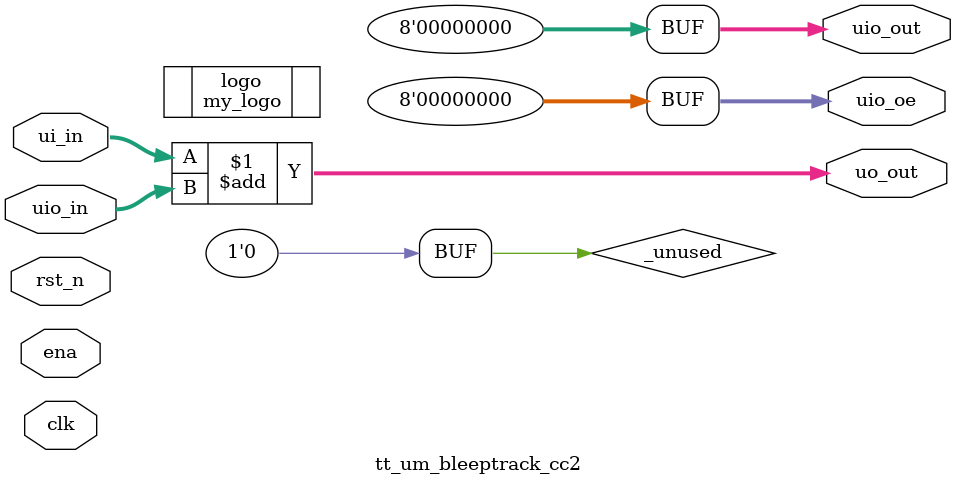
<source format=v>
/*
 * Copyright (c) 2024 Your Name
 * SPDX-License-Identifier: Apache-2.0
 */

`default_nettype none

// Blackbox module for my_logo - this will be replaced by the actual macro during synthesis
(* blackbox *) (* keep *)
module my_logo ();
endmodule

module tt_um_bleeptrack_cc2 (
    input  wire [7:0] ui_in,    // Dedicated inputs
    output wire [7:0] uo_out,   // Dedicated outputs
    input  wire [7:0] uio_in,   // IOs: Input path
    output wire [7:0] uio_out,  // IOs: Output path
    output wire [7:0] uio_oe,   // IOs: Enable path (active high: 0=input, 1=output)
    input  wire       ena,      // always 1 when the design is powered, so you can ignore it
    input  wire       clk,      // clock
    input  wire       rst_n     // reset_n - low to reset
);

`ifndef GL_TEST
  (* keep *)
  my_logo logo();
`endif

  // All output pins must be assigned. If not used, assign to 0.
  assign uo_out  = ui_in + uio_in;  // Example: ou_out is the sum of ui_in and uio_in
  assign uio_out = 0;
  assign uio_oe  = 0;

  // List all unused inputs to prevent warnings
  wire _unused = &{ena, clk, rst_n, 1'b0};

endmodule

</source>
